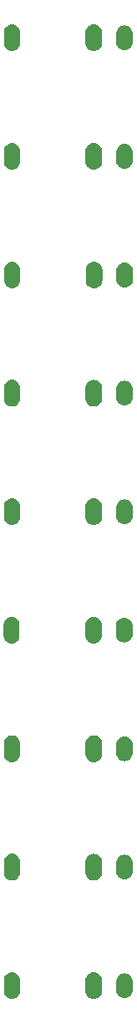
<source format=gbr>
G04 #@! TF.GenerationSoftware,KiCad,Pcbnew,(5.0.1-3-g963ef8bb5)*
G04 #@! TF.CreationDate,2019-01-13T13:31:38+08:00*
G04 #@! TF.ProjectId,PassiveMult,506173736976654D756C742E6B696361,rev?*
G04 #@! TF.SameCoordinates,PX8d9f26cPY642443c*
G04 #@! TF.FileFunction,Soldermask,Bot*
G04 #@! TF.FilePolarity,Negative*
%FSLAX46Y46*%
G04 Gerber Fmt 4.6, Leading zero omitted, Abs format (unit mm)*
G04 Created by KiCad (PCBNEW (5.0.1-3-g963ef8bb5)) date 2019 January 13, Sunday 13:31:38*
%MOMM*%
%LPD*%
G01*
G04 APERTURE LIST*
%ADD10C,0.100000*%
G04 APERTURE END LIST*
D10*
G36*
X3546820Y-46667313D02*
X3546823Y-46667314D01*
X3546824Y-46667314D01*
X3707238Y-46715975D01*
X3707240Y-46715976D01*
X3707243Y-46715977D01*
X3855078Y-46794995D01*
X3984659Y-46901341D01*
X4091005Y-47030922D01*
X4170023Y-47178756D01*
X4170023Y-47178757D01*
X4170025Y-47178761D01*
X4206492Y-47298977D01*
X4218687Y-47339179D01*
X4231000Y-47464196D01*
X4231000Y-48547803D01*
X4218687Y-48672821D01*
X4218686Y-48672824D01*
X4218686Y-48672825D01*
X4200360Y-48733239D01*
X4170023Y-48833244D01*
X4091005Y-48981078D01*
X3984659Y-49110659D01*
X3855078Y-49217005D01*
X3707244Y-49296023D01*
X3707241Y-49296024D01*
X3707239Y-49296025D01*
X3546825Y-49344686D01*
X3546824Y-49344686D01*
X3546821Y-49344687D01*
X3380000Y-49361117D01*
X3213180Y-49344687D01*
X3213177Y-49344686D01*
X3213176Y-49344686D01*
X3052762Y-49296025D01*
X3052760Y-49296024D01*
X3052757Y-49296023D01*
X2904923Y-49217005D01*
X2775342Y-49110659D01*
X2668996Y-48981078D01*
X2589978Y-48833244D01*
X2559642Y-48733239D01*
X2541315Y-48672825D01*
X2541315Y-48672824D01*
X2541314Y-48672821D01*
X2529001Y-48547804D01*
X2529000Y-47464197D01*
X2541313Y-47339180D01*
X2541314Y-47339176D01*
X2589975Y-47178762D01*
X2589976Y-47178760D01*
X2589977Y-47178757D01*
X2668995Y-47030922D01*
X2775341Y-46901341D01*
X2904922Y-46794995D01*
X3052756Y-46715977D01*
X3052759Y-46715976D01*
X3052761Y-46715975D01*
X3213175Y-46667314D01*
X3213176Y-46667314D01*
X3213179Y-46667313D01*
X3380000Y-46650883D01*
X3546820Y-46667313D01*
X3546820Y-46667313D01*
G37*
G36*
X-4762976Y-46666590D02*
X-4611989Y-46712392D01*
X-4472839Y-46786768D01*
X-4437250Y-46815975D01*
X-4350867Y-46886867D01*
X-4350866Y-46886869D01*
X-4350864Y-46886870D01*
X-4250770Y-47008835D01*
X-4176392Y-47147988D01*
X-4130590Y-47298975D01*
X-4119000Y-47416654D01*
X-4119000Y-48595346D01*
X-4130590Y-48713025D01*
X-4176392Y-48864012D01*
X-4250770Y-49003165D01*
X-4350867Y-49125133D01*
X-4472835Y-49225230D01*
X-4611988Y-49299608D01*
X-4762975Y-49345410D01*
X-4920000Y-49360875D01*
X-5077024Y-49345410D01*
X-5228011Y-49299608D01*
X-5367164Y-49225230D01*
X-5489132Y-49125133D01*
X-5589229Y-49003165D01*
X-5663607Y-48864012D01*
X-5709409Y-48713025D01*
X-5720999Y-48595346D01*
X-5721000Y-47416655D01*
X-5709410Y-47298976D01*
X-5663608Y-47147989D01*
X-5589232Y-47008839D01*
X-5489135Y-46886870D01*
X-5489133Y-46886867D01*
X-5489131Y-46886866D01*
X-5489130Y-46886864D01*
X-5367165Y-46786770D01*
X-5228012Y-46712392D01*
X-5077025Y-46666590D01*
X-4920000Y-46651125D01*
X-4762976Y-46666590D01*
X-4762976Y-46666590D01*
G37*
G36*
X6646820Y-46767313D02*
X6646823Y-46767314D01*
X6646824Y-46767314D01*
X6807238Y-46815975D01*
X6807240Y-46815976D01*
X6807243Y-46815977D01*
X6955078Y-46894995D01*
X7084659Y-47001341D01*
X7191005Y-47130922D01*
X7270023Y-47278756D01*
X7270023Y-47278757D01*
X7270025Y-47278761D01*
X7311855Y-47416656D01*
X7318687Y-47439179D01*
X7331000Y-47564196D01*
X7331000Y-48447803D01*
X7318687Y-48572820D01*
X7318686Y-48572822D01*
X7318686Y-48572825D01*
X7270025Y-48733239D01*
X7270023Y-48733244D01*
X7191005Y-48881078D01*
X7084659Y-49010659D01*
X6955078Y-49117005D01*
X6807244Y-49196023D01*
X6807241Y-49196024D01*
X6807239Y-49196025D01*
X6646825Y-49244686D01*
X6646824Y-49244686D01*
X6646821Y-49244687D01*
X6480000Y-49261117D01*
X6313180Y-49244687D01*
X6313177Y-49244686D01*
X6313176Y-49244686D01*
X6152762Y-49196025D01*
X6152760Y-49196024D01*
X6152757Y-49196023D01*
X6004923Y-49117005D01*
X5875342Y-49010659D01*
X5768996Y-48881078D01*
X5689978Y-48733244D01*
X5683845Y-48713025D01*
X5641315Y-48572825D01*
X5641315Y-48572824D01*
X5641314Y-48572821D01*
X5629000Y-48447803D01*
X5629000Y-47564197D01*
X5641313Y-47439180D01*
X5641314Y-47439176D01*
X5689975Y-47278762D01*
X5689976Y-47278760D01*
X5689977Y-47278757D01*
X5768995Y-47130922D01*
X5875341Y-47001341D01*
X6004922Y-46894995D01*
X6152756Y-46815977D01*
X6152759Y-46815976D01*
X6152761Y-46815975D01*
X6313175Y-46767314D01*
X6313176Y-46767314D01*
X6313179Y-46767313D01*
X6480000Y-46750883D01*
X6646820Y-46767313D01*
X6646820Y-46767313D01*
G37*
G36*
X3546820Y-34653113D02*
X3546823Y-34653114D01*
X3546824Y-34653114D01*
X3707238Y-34701775D01*
X3707240Y-34701776D01*
X3707243Y-34701777D01*
X3855078Y-34780795D01*
X3984659Y-34887141D01*
X4091005Y-35016722D01*
X4170023Y-35164556D01*
X4170023Y-35164557D01*
X4170025Y-35164561D01*
X4206492Y-35284777D01*
X4218687Y-35324979D01*
X4231000Y-35449996D01*
X4231000Y-36533603D01*
X4218687Y-36658621D01*
X4218686Y-36658624D01*
X4218686Y-36658625D01*
X4200360Y-36719039D01*
X4170023Y-36819044D01*
X4091005Y-36966878D01*
X3984659Y-37096459D01*
X3855078Y-37202805D01*
X3707244Y-37281823D01*
X3707241Y-37281824D01*
X3707239Y-37281825D01*
X3546825Y-37330486D01*
X3546824Y-37330486D01*
X3546821Y-37330487D01*
X3380000Y-37346917D01*
X3213180Y-37330487D01*
X3213177Y-37330486D01*
X3213176Y-37330486D01*
X3052762Y-37281825D01*
X3052760Y-37281824D01*
X3052757Y-37281823D01*
X2904923Y-37202805D01*
X2775342Y-37096459D01*
X2668996Y-36966878D01*
X2589978Y-36819044D01*
X2559642Y-36719039D01*
X2541315Y-36658625D01*
X2541315Y-36658624D01*
X2541314Y-36658621D01*
X2529001Y-36533604D01*
X2529000Y-35449997D01*
X2541313Y-35324980D01*
X2541314Y-35324976D01*
X2589975Y-35164562D01*
X2589976Y-35164560D01*
X2589977Y-35164557D01*
X2668995Y-35016722D01*
X2775341Y-34887141D01*
X2904922Y-34780795D01*
X3052756Y-34701777D01*
X3052759Y-34701776D01*
X3052761Y-34701775D01*
X3213175Y-34653114D01*
X3213176Y-34653114D01*
X3213179Y-34653113D01*
X3380000Y-34636683D01*
X3546820Y-34653113D01*
X3546820Y-34653113D01*
G37*
G36*
X-4762976Y-34652390D02*
X-4611989Y-34698192D01*
X-4472839Y-34772568D01*
X-4437250Y-34801775D01*
X-4350867Y-34872667D01*
X-4350866Y-34872669D01*
X-4350864Y-34872670D01*
X-4250770Y-34994635D01*
X-4176392Y-35133788D01*
X-4130590Y-35284775D01*
X-4119000Y-35402454D01*
X-4119000Y-36581146D01*
X-4130590Y-36698825D01*
X-4176392Y-36849812D01*
X-4250770Y-36988965D01*
X-4350867Y-37110933D01*
X-4472835Y-37211030D01*
X-4611988Y-37285408D01*
X-4762975Y-37331210D01*
X-4920000Y-37346675D01*
X-5077024Y-37331210D01*
X-5228011Y-37285408D01*
X-5367164Y-37211030D01*
X-5489132Y-37110933D01*
X-5589229Y-36988965D01*
X-5663607Y-36849812D01*
X-5709409Y-36698825D01*
X-5720999Y-36581146D01*
X-5721000Y-35402455D01*
X-5709410Y-35284776D01*
X-5663608Y-35133789D01*
X-5589232Y-34994639D01*
X-5489135Y-34872670D01*
X-5489133Y-34872667D01*
X-5489131Y-34872666D01*
X-5489130Y-34872664D01*
X-5367165Y-34772570D01*
X-5228012Y-34698192D01*
X-5077025Y-34652390D01*
X-4920000Y-34636925D01*
X-4762976Y-34652390D01*
X-4762976Y-34652390D01*
G37*
G36*
X6646820Y-34753113D02*
X6646823Y-34753114D01*
X6646824Y-34753114D01*
X6807238Y-34801775D01*
X6807240Y-34801776D01*
X6807243Y-34801777D01*
X6955078Y-34880795D01*
X7084659Y-34987141D01*
X7191005Y-35116722D01*
X7270023Y-35264556D01*
X7270023Y-35264557D01*
X7270025Y-35264561D01*
X7311855Y-35402456D01*
X7318687Y-35424979D01*
X7331000Y-35549996D01*
X7331000Y-36433603D01*
X7318687Y-36558620D01*
X7318686Y-36558622D01*
X7318686Y-36558625D01*
X7270025Y-36719039D01*
X7270023Y-36719044D01*
X7191005Y-36866878D01*
X7084659Y-36996459D01*
X6955078Y-37102805D01*
X6807244Y-37181823D01*
X6807241Y-37181824D01*
X6807239Y-37181825D01*
X6646825Y-37230486D01*
X6646824Y-37230486D01*
X6646821Y-37230487D01*
X6480000Y-37246917D01*
X6313180Y-37230487D01*
X6313177Y-37230486D01*
X6313176Y-37230486D01*
X6152762Y-37181825D01*
X6152760Y-37181824D01*
X6152757Y-37181823D01*
X6004923Y-37102805D01*
X5875342Y-36996459D01*
X5768996Y-36866878D01*
X5689978Y-36719044D01*
X5683845Y-36698825D01*
X5641315Y-36558625D01*
X5641315Y-36558624D01*
X5641314Y-36558621D01*
X5629000Y-36433603D01*
X5629000Y-35549997D01*
X5641313Y-35424980D01*
X5641314Y-35424976D01*
X5689975Y-35264562D01*
X5689976Y-35264560D01*
X5689977Y-35264557D01*
X5768995Y-35116722D01*
X5875341Y-34987141D01*
X6004922Y-34880795D01*
X6152756Y-34801777D01*
X6152759Y-34801776D01*
X6152761Y-34801775D01*
X6313175Y-34753114D01*
X6313176Y-34753114D01*
X6313179Y-34753113D01*
X6480000Y-34736683D01*
X6646820Y-34753113D01*
X6646820Y-34753113D01*
G37*
G36*
X3546820Y-22664313D02*
X3546823Y-22664314D01*
X3546824Y-22664314D01*
X3707238Y-22712975D01*
X3707240Y-22712976D01*
X3707243Y-22712977D01*
X3855078Y-22791995D01*
X3984659Y-22898341D01*
X4091005Y-23027922D01*
X4170023Y-23175756D01*
X4170023Y-23175757D01*
X4170025Y-23175761D01*
X4206492Y-23295977D01*
X4218687Y-23336179D01*
X4231000Y-23461196D01*
X4231000Y-24544803D01*
X4218687Y-24669821D01*
X4218686Y-24669824D01*
X4218686Y-24669825D01*
X4200360Y-24730239D01*
X4170023Y-24830244D01*
X4091005Y-24978078D01*
X3984659Y-25107659D01*
X3855078Y-25214005D01*
X3707244Y-25293023D01*
X3707241Y-25293024D01*
X3707239Y-25293025D01*
X3546825Y-25341686D01*
X3546824Y-25341686D01*
X3546821Y-25341687D01*
X3380000Y-25358117D01*
X3213180Y-25341687D01*
X3213177Y-25341686D01*
X3213176Y-25341686D01*
X3052762Y-25293025D01*
X3052760Y-25293024D01*
X3052757Y-25293023D01*
X2904923Y-25214005D01*
X2775342Y-25107659D01*
X2668996Y-24978078D01*
X2589978Y-24830244D01*
X2559642Y-24730239D01*
X2541315Y-24669825D01*
X2541315Y-24669824D01*
X2541314Y-24669821D01*
X2529001Y-24544804D01*
X2529000Y-23461197D01*
X2541313Y-23336180D01*
X2541314Y-23336176D01*
X2589975Y-23175762D01*
X2589976Y-23175760D01*
X2589977Y-23175757D01*
X2668995Y-23027922D01*
X2775341Y-22898341D01*
X2904922Y-22791995D01*
X3052756Y-22712977D01*
X3052759Y-22712976D01*
X3052761Y-22712975D01*
X3213175Y-22664314D01*
X3213176Y-22664314D01*
X3213179Y-22664313D01*
X3380000Y-22647883D01*
X3546820Y-22664313D01*
X3546820Y-22664313D01*
G37*
G36*
X-4762976Y-22663590D02*
X-4611989Y-22709392D01*
X-4472839Y-22783768D01*
X-4437250Y-22812975D01*
X-4350867Y-22883867D01*
X-4350866Y-22883869D01*
X-4350864Y-22883870D01*
X-4250770Y-23005835D01*
X-4176392Y-23144988D01*
X-4130590Y-23295975D01*
X-4119000Y-23413654D01*
X-4119000Y-24592346D01*
X-4130590Y-24710025D01*
X-4176392Y-24861012D01*
X-4250770Y-25000165D01*
X-4350867Y-25122133D01*
X-4472835Y-25222230D01*
X-4611988Y-25296608D01*
X-4762975Y-25342410D01*
X-4920000Y-25357875D01*
X-5077024Y-25342410D01*
X-5228011Y-25296608D01*
X-5367164Y-25222230D01*
X-5489132Y-25122133D01*
X-5589229Y-25000165D01*
X-5663607Y-24861012D01*
X-5709409Y-24710025D01*
X-5720999Y-24592346D01*
X-5721000Y-23413655D01*
X-5709410Y-23295976D01*
X-5663608Y-23144989D01*
X-5589232Y-23005839D01*
X-5489135Y-22883870D01*
X-5489133Y-22883867D01*
X-5489131Y-22883866D01*
X-5489130Y-22883864D01*
X-5367165Y-22783770D01*
X-5228012Y-22709392D01*
X-5077025Y-22663590D01*
X-4920000Y-22648125D01*
X-4762976Y-22663590D01*
X-4762976Y-22663590D01*
G37*
G36*
X6646820Y-22764313D02*
X6646823Y-22764314D01*
X6646824Y-22764314D01*
X6807238Y-22812975D01*
X6807240Y-22812976D01*
X6807243Y-22812977D01*
X6955078Y-22891995D01*
X7084659Y-22998341D01*
X7191005Y-23127922D01*
X7270023Y-23275756D01*
X7270023Y-23275757D01*
X7270025Y-23275761D01*
X7311855Y-23413656D01*
X7318687Y-23436179D01*
X7331000Y-23561196D01*
X7331000Y-24444803D01*
X7318687Y-24569820D01*
X7318686Y-24569822D01*
X7318686Y-24569825D01*
X7270025Y-24730239D01*
X7270023Y-24730244D01*
X7191005Y-24878078D01*
X7084659Y-25007659D01*
X6955078Y-25114005D01*
X6807244Y-25193023D01*
X6807241Y-25193024D01*
X6807239Y-25193025D01*
X6646825Y-25241686D01*
X6646824Y-25241686D01*
X6646821Y-25241687D01*
X6480000Y-25258117D01*
X6313180Y-25241687D01*
X6313177Y-25241686D01*
X6313176Y-25241686D01*
X6152762Y-25193025D01*
X6152760Y-25193024D01*
X6152757Y-25193023D01*
X6004923Y-25114005D01*
X5875342Y-25007659D01*
X5768996Y-24878078D01*
X5689978Y-24730244D01*
X5683845Y-24710025D01*
X5641315Y-24569825D01*
X5641315Y-24569824D01*
X5641314Y-24569821D01*
X5629000Y-24444803D01*
X5629000Y-23561197D01*
X5641313Y-23436180D01*
X5641314Y-23436176D01*
X5689975Y-23275762D01*
X5689976Y-23275760D01*
X5689977Y-23275757D01*
X5768995Y-23127922D01*
X5875341Y-22998341D01*
X6004922Y-22891995D01*
X6152756Y-22812977D01*
X6152759Y-22812976D01*
X6152761Y-22812975D01*
X6313175Y-22764314D01*
X6313176Y-22764314D01*
X6313179Y-22764313D01*
X6480000Y-22747883D01*
X6646820Y-22764313D01*
X6646820Y-22764313D01*
G37*
G36*
X3521420Y-10650113D02*
X3521423Y-10650114D01*
X3521424Y-10650114D01*
X3681838Y-10698775D01*
X3681840Y-10698776D01*
X3681843Y-10698777D01*
X3829678Y-10777795D01*
X3959259Y-10884141D01*
X4065605Y-11013722D01*
X4144623Y-11161556D01*
X4144623Y-11161557D01*
X4144625Y-11161561D01*
X4181092Y-11281777D01*
X4193287Y-11321979D01*
X4205600Y-11446996D01*
X4205600Y-12530603D01*
X4193287Y-12655621D01*
X4193286Y-12655624D01*
X4193286Y-12655625D01*
X4174960Y-12716039D01*
X4144623Y-12816044D01*
X4065605Y-12963878D01*
X3959259Y-13093459D01*
X3829678Y-13199805D01*
X3681844Y-13278823D01*
X3681841Y-13278824D01*
X3681839Y-13278825D01*
X3521425Y-13327486D01*
X3521424Y-13327486D01*
X3521421Y-13327487D01*
X3354600Y-13343917D01*
X3187780Y-13327487D01*
X3187777Y-13327486D01*
X3187776Y-13327486D01*
X3027362Y-13278825D01*
X3027360Y-13278824D01*
X3027357Y-13278823D01*
X2879523Y-13199805D01*
X2749942Y-13093459D01*
X2643596Y-12963878D01*
X2564578Y-12816044D01*
X2534242Y-12716039D01*
X2515915Y-12655625D01*
X2515915Y-12655624D01*
X2515914Y-12655621D01*
X2503601Y-12530604D01*
X2503600Y-11446997D01*
X2515913Y-11321980D01*
X2515914Y-11321976D01*
X2564575Y-11161562D01*
X2564576Y-11161560D01*
X2564577Y-11161557D01*
X2643595Y-11013722D01*
X2749941Y-10884141D01*
X2879522Y-10777795D01*
X3027356Y-10698777D01*
X3027359Y-10698776D01*
X3027361Y-10698775D01*
X3187775Y-10650114D01*
X3187776Y-10650114D01*
X3187779Y-10650113D01*
X3354600Y-10633683D01*
X3521420Y-10650113D01*
X3521420Y-10650113D01*
G37*
G36*
X-4788376Y-10649390D02*
X-4637389Y-10695192D01*
X-4498239Y-10769568D01*
X-4462650Y-10798775D01*
X-4376267Y-10869667D01*
X-4376266Y-10869669D01*
X-4376264Y-10869670D01*
X-4276170Y-10991635D01*
X-4201792Y-11130788D01*
X-4155990Y-11281775D01*
X-4144400Y-11399454D01*
X-4144400Y-12578146D01*
X-4155990Y-12695825D01*
X-4201792Y-12846812D01*
X-4276170Y-12985965D01*
X-4376267Y-13107933D01*
X-4498235Y-13208030D01*
X-4637388Y-13282408D01*
X-4788375Y-13328210D01*
X-4945400Y-13343675D01*
X-5102424Y-13328210D01*
X-5253411Y-13282408D01*
X-5392564Y-13208030D01*
X-5514532Y-13107933D01*
X-5614629Y-12985965D01*
X-5689007Y-12846812D01*
X-5734809Y-12695825D01*
X-5746399Y-12578146D01*
X-5746400Y-11399455D01*
X-5734810Y-11281776D01*
X-5689008Y-11130789D01*
X-5614632Y-10991639D01*
X-5514535Y-10869670D01*
X-5514533Y-10869667D01*
X-5514531Y-10869666D01*
X-5514530Y-10869664D01*
X-5392565Y-10769570D01*
X-5253412Y-10695192D01*
X-5102425Y-10649390D01*
X-4945400Y-10633925D01*
X-4788376Y-10649390D01*
X-4788376Y-10649390D01*
G37*
G36*
X6621420Y-10750113D02*
X6621423Y-10750114D01*
X6621424Y-10750114D01*
X6781838Y-10798775D01*
X6781840Y-10798776D01*
X6781843Y-10798777D01*
X6929678Y-10877795D01*
X7059259Y-10984141D01*
X7165605Y-11113722D01*
X7244623Y-11261556D01*
X7244623Y-11261557D01*
X7244625Y-11261561D01*
X7286455Y-11399456D01*
X7293287Y-11421979D01*
X7305600Y-11546996D01*
X7305600Y-12430603D01*
X7293287Y-12555620D01*
X7293286Y-12555622D01*
X7293286Y-12555625D01*
X7244625Y-12716039D01*
X7244623Y-12716044D01*
X7165605Y-12863878D01*
X7059259Y-12993459D01*
X6929678Y-13099805D01*
X6781844Y-13178823D01*
X6781841Y-13178824D01*
X6781839Y-13178825D01*
X6621425Y-13227486D01*
X6621424Y-13227486D01*
X6621421Y-13227487D01*
X6454600Y-13243917D01*
X6287780Y-13227487D01*
X6287777Y-13227486D01*
X6287776Y-13227486D01*
X6127362Y-13178825D01*
X6127360Y-13178824D01*
X6127357Y-13178823D01*
X5979523Y-13099805D01*
X5849942Y-12993459D01*
X5743596Y-12863878D01*
X5664578Y-12716044D01*
X5658445Y-12695825D01*
X5615915Y-12555625D01*
X5615915Y-12555624D01*
X5615914Y-12555621D01*
X5603600Y-12430603D01*
X5603600Y-11546997D01*
X5615913Y-11421980D01*
X5615914Y-11421976D01*
X5664575Y-11261562D01*
X5664576Y-11261560D01*
X5664577Y-11261557D01*
X5743595Y-11113722D01*
X5849941Y-10984141D01*
X5979522Y-10877795D01*
X6127356Y-10798777D01*
X6127359Y-10798776D01*
X6127361Y-10798775D01*
X6287775Y-10750114D01*
X6287776Y-10750114D01*
X6287779Y-10750113D01*
X6454600Y-10733683D01*
X6621420Y-10750113D01*
X6621420Y-10750113D01*
G37*
G36*
X3546820Y1338687D02*
X3546823Y1338686D01*
X3546824Y1338686D01*
X3707238Y1290025D01*
X3707240Y1290024D01*
X3707243Y1290023D01*
X3855078Y1211005D01*
X3984659Y1104659D01*
X4091005Y975078D01*
X4170023Y827244D01*
X4170023Y827243D01*
X4170025Y827239D01*
X4206492Y707023D01*
X4218687Y666821D01*
X4231000Y541804D01*
X4231000Y-541803D01*
X4218687Y-666821D01*
X4218686Y-666824D01*
X4218686Y-666825D01*
X4200360Y-727239D01*
X4170023Y-827244D01*
X4091005Y-975078D01*
X3984659Y-1104659D01*
X3855078Y-1211005D01*
X3707244Y-1290023D01*
X3707241Y-1290024D01*
X3707239Y-1290025D01*
X3546825Y-1338686D01*
X3546824Y-1338686D01*
X3546821Y-1338687D01*
X3380000Y-1355117D01*
X3213180Y-1338687D01*
X3213177Y-1338686D01*
X3213176Y-1338686D01*
X3052762Y-1290025D01*
X3052760Y-1290024D01*
X3052757Y-1290023D01*
X2904923Y-1211005D01*
X2775342Y-1104659D01*
X2668996Y-975078D01*
X2589978Y-827244D01*
X2559642Y-727239D01*
X2541315Y-666825D01*
X2541315Y-666824D01*
X2541314Y-666821D01*
X2529001Y-541804D01*
X2529000Y541803D01*
X2541313Y666820D01*
X2541314Y666824D01*
X2589975Y827238D01*
X2589976Y827240D01*
X2589977Y827243D01*
X2668995Y975078D01*
X2775341Y1104659D01*
X2904922Y1211005D01*
X3052756Y1290023D01*
X3052759Y1290024D01*
X3052761Y1290025D01*
X3213175Y1338686D01*
X3213176Y1338686D01*
X3213179Y1338687D01*
X3380000Y1355117D01*
X3546820Y1338687D01*
X3546820Y1338687D01*
G37*
G36*
X-4762976Y1339410D02*
X-4611989Y1293608D01*
X-4472839Y1219232D01*
X-4437250Y1190025D01*
X-4350867Y1119133D01*
X-4350866Y1119131D01*
X-4350864Y1119130D01*
X-4250770Y997165D01*
X-4176392Y858012D01*
X-4130590Y707025D01*
X-4119000Y589346D01*
X-4119000Y-589346D01*
X-4130590Y-707025D01*
X-4176392Y-858012D01*
X-4250770Y-997165D01*
X-4350867Y-1119133D01*
X-4472835Y-1219230D01*
X-4611988Y-1293608D01*
X-4762975Y-1339410D01*
X-4920000Y-1354875D01*
X-5077024Y-1339410D01*
X-5228011Y-1293608D01*
X-5367164Y-1219230D01*
X-5489132Y-1119133D01*
X-5589229Y-997165D01*
X-5663607Y-858012D01*
X-5709409Y-707025D01*
X-5720999Y-589346D01*
X-5721000Y589345D01*
X-5709410Y707024D01*
X-5663608Y858011D01*
X-5589232Y997161D01*
X-5489135Y1119130D01*
X-5489133Y1119133D01*
X-5489131Y1119134D01*
X-5489130Y1119136D01*
X-5367165Y1219230D01*
X-5228012Y1293608D01*
X-5077025Y1339410D01*
X-4920000Y1354875D01*
X-4762976Y1339410D01*
X-4762976Y1339410D01*
G37*
G36*
X6646820Y1238687D02*
X6646823Y1238686D01*
X6646824Y1238686D01*
X6807238Y1190025D01*
X6807240Y1190024D01*
X6807243Y1190023D01*
X6955078Y1111005D01*
X7084659Y1004659D01*
X7191005Y875078D01*
X7270023Y727244D01*
X7270023Y727243D01*
X7270025Y727239D01*
X7311855Y589344D01*
X7318687Y566821D01*
X7331000Y441804D01*
X7331000Y-441803D01*
X7318687Y-566820D01*
X7318686Y-566822D01*
X7318686Y-566825D01*
X7270025Y-727239D01*
X7270023Y-727244D01*
X7191005Y-875078D01*
X7084659Y-1004659D01*
X6955078Y-1111005D01*
X6807244Y-1190023D01*
X6807241Y-1190024D01*
X6807239Y-1190025D01*
X6646825Y-1238686D01*
X6646824Y-1238686D01*
X6646821Y-1238687D01*
X6480000Y-1255117D01*
X6313180Y-1238687D01*
X6313177Y-1238686D01*
X6313176Y-1238686D01*
X6152762Y-1190025D01*
X6152760Y-1190024D01*
X6152757Y-1190023D01*
X6004923Y-1111005D01*
X5875342Y-1004659D01*
X5768996Y-875078D01*
X5689978Y-727244D01*
X5683845Y-707025D01*
X5641315Y-566825D01*
X5641315Y-566824D01*
X5641314Y-566821D01*
X5629000Y-441803D01*
X5629000Y441803D01*
X5641313Y566820D01*
X5641314Y566824D01*
X5689975Y727238D01*
X5689976Y727240D01*
X5689977Y727243D01*
X5768995Y875078D01*
X5875341Y1004659D01*
X6004922Y1111005D01*
X6152756Y1190023D01*
X6152759Y1190024D01*
X6152761Y1190025D01*
X6313175Y1238686D01*
X6313176Y1238686D01*
X6313179Y1238687D01*
X6480000Y1255117D01*
X6646820Y1238687D01*
X6646820Y1238687D01*
G37*
G36*
X3546820Y13352887D02*
X3546823Y13352886D01*
X3546824Y13352886D01*
X3707238Y13304225D01*
X3707240Y13304224D01*
X3707243Y13304223D01*
X3855078Y13225205D01*
X3984659Y13118859D01*
X4091005Y12989278D01*
X4170023Y12841444D01*
X4170023Y12841443D01*
X4170025Y12841439D01*
X4206492Y12721223D01*
X4218687Y12681021D01*
X4231000Y12556004D01*
X4231000Y11472397D01*
X4218687Y11347379D01*
X4218686Y11347376D01*
X4218686Y11347375D01*
X4200360Y11286961D01*
X4170023Y11186956D01*
X4091005Y11039122D01*
X3984659Y10909541D01*
X3855078Y10803195D01*
X3707244Y10724177D01*
X3707241Y10724176D01*
X3707239Y10724175D01*
X3546825Y10675514D01*
X3546824Y10675514D01*
X3546821Y10675513D01*
X3380000Y10659083D01*
X3213180Y10675513D01*
X3213177Y10675514D01*
X3213176Y10675514D01*
X3052762Y10724175D01*
X3052760Y10724176D01*
X3052757Y10724177D01*
X2904923Y10803195D01*
X2775342Y10909541D01*
X2668996Y11039122D01*
X2589978Y11186956D01*
X2559642Y11286961D01*
X2541315Y11347375D01*
X2541315Y11347376D01*
X2541314Y11347379D01*
X2529001Y11472396D01*
X2529000Y12556003D01*
X2541313Y12681020D01*
X2541314Y12681024D01*
X2589975Y12841438D01*
X2589976Y12841440D01*
X2589977Y12841443D01*
X2668995Y12989278D01*
X2775341Y13118859D01*
X2904922Y13225205D01*
X3052756Y13304223D01*
X3052759Y13304224D01*
X3052761Y13304225D01*
X3213175Y13352886D01*
X3213176Y13352886D01*
X3213179Y13352887D01*
X3380000Y13369317D01*
X3546820Y13352887D01*
X3546820Y13352887D01*
G37*
G36*
X-4762976Y13353610D02*
X-4611989Y13307808D01*
X-4472839Y13233432D01*
X-4437250Y13204225D01*
X-4350867Y13133333D01*
X-4350866Y13133331D01*
X-4350864Y13133330D01*
X-4250770Y13011365D01*
X-4176392Y12872212D01*
X-4130590Y12721225D01*
X-4119000Y12603546D01*
X-4119000Y11424854D01*
X-4130590Y11307175D01*
X-4176392Y11156188D01*
X-4250770Y11017035D01*
X-4350867Y10895067D01*
X-4472835Y10794970D01*
X-4611988Y10720592D01*
X-4762975Y10674790D01*
X-4920000Y10659325D01*
X-5077024Y10674790D01*
X-5228011Y10720592D01*
X-5367164Y10794970D01*
X-5489132Y10895067D01*
X-5589229Y11017035D01*
X-5663607Y11156188D01*
X-5709409Y11307175D01*
X-5720999Y11424854D01*
X-5721000Y12603545D01*
X-5709410Y12721224D01*
X-5663608Y12872211D01*
X-5589232Y13011361D01*
X-5489135Y13133330D01*
X-5489133Y13133333D01*
X-5489131Y13133334D01*
X-5489130Y13133336D01*
X-5367165Y13233430D01*
X-5228012Y13307808D01*
X-5077025Y13353610D01*
X-4920000Y13369075D01*
X-4762976Y13353610D01*
X-4762976Y13353610D01*
G37*
G36*
X6646820Y13252887D02*
X6646823Y13252886D01*
X6646824Y13252886D01*
X6807238Y13204225D01*
X6807240Y13204224D01*
X6807243Y13204223D01*
X6955078Y13125205D01*
X7084659Y13018859D01*
X7191005Y12889278D01*
X7270023Y12741444D01*
X7270023Y12741443D01*
X7270025Y12741439D01*
X7311855Y12603544D01*
X7318687Y12581021D01*
X7331000Y12456004D01*
X7331000Y11572397D01*
X7318687Y11447380D01*
X7318686Y11447378D01*
X7318686Y11447375D01*
X7270025Y11286961D01*
X7270023Y11286956D01*
X7191005Y11139122D01*
X7084659Y11009541D01*
X6955078Y10903195D01*
X6807244Y10824177D01*
X6807241Y10824176D01*
X6807239Y10824175D01*
X6646825Y10775514D01*
X6646824Y10775514D01*
X6646821Y10775513D01*
X6480000Y10759083D01*
X6313180Y10775513D01*
X6313177Y10775514D01*
X6313176Y10775514D01*
X6152762Y10824175D01*
X6152760Y10824176D01*
X6152757Y10824177D01*
X6004923Y10903195D01*
X5875342Y11009541D01*
X5768996Y11139122D01*
X5689978Y11286956D01*
X5683845Y11307175D01*
X5641315Y11447375D01*
X5641315Y11447376D01*
X5641314Y11447379D01*
X5629000Y11572397D01*
X5629000Y12456003D01*
X5641313Y12581020D01*
X5641314Y12581024D01*
X5689975Y12741438D01*
X5689976Y12741440D01*
X5689977Y12741443D01*
X5768995Y12889278D01*
X5875341Y13018859D01*
X6004922Y13125205D01*
X6152756Y13204223D01*
X6152759Y13204224D01*
X6152761Y13204225D01*
X6313175Y13252886D01*
X6313176Y13252886D01*
X6313179Y13252887D01*
X6480000Y13269317D01*
X6646820Y13252887D01*
X6646820Y13252887D01*
G37*
G36*
X3572220Y25316287D02*
X3572223Y25316286D01*
X3572224Y25316286D01*
X3732638Y25267625D01*
X3732640Y25267624D01*
X3732643Y25267623D01*
X3880478Y25188605D01*
X4010059Y25082259D01*
X4116405Y24952678D01*
X4195423Y24804844D01*
X4195423Y24804843D01*
X4195425Y24804839D01*
X4231892Y24684623D01*
X4244087Y24644421D01*
X4256400Y24519404D01*
X4256400Y23435797D01*
X4244087Y23310779D01*
X4244086Y23310776D01*
X4244086Y23310775D01*
X4225760Y23250361D01*
X4195423Y23150356D01*
X4116405Y23002522D01*
X4010059Y22872941D01*
X3880478Y22766595D01*
X3732644Y22687577D01*
X3732641Y22687576D01*
X3732639Y22687575D01*
X3572225Y22638914D01*
X3572224Y22638914D01*
X3572221Y22638913D01*
X3405400Y22622483D01*
X3238580Y22638913D01*
X3238577Y22638914D01*
X3238576Y22638914D01*
X3078162Y22687575D01*
X3078160Y22687576D01*
X3078157Y22687577D01*
X2930323Y22766595D01*
X2800742Y22872941D01*
X2694396Y23002522D01*
X2615378Y23150356D01*
X2585042Y23250361D01*
X2566715Y23310775D01*
X2566715Y23310776D01*
X2566714Y23310779D01*
X2554401Y23435796D01*
X2554400Y24519403D01*
X2566713Y24644420D01*
X2566714Y24644424D01*
X2615375Y24804838D01*
X2615376Y24804840D01*
X2615377Y24804843D01*
X2694395Y24952678D01*
X2800741Y25082259D01*
X2930322Y25188605D01*
X3078156Y25267623D01*
X3078159Y25267624D01*
X3078161Y25267625D01*
X3238575Y25316286D01*
X3238576Y25316286D01*
X3238579Y25316287D01*
X3405400Y25332717D01*
X3572220Y25316287D01*
X3572220Y25316287D01*
G37*
G36*
X-4737576Y25317010D02*
X-4586589Y25271208D01*
X-4447439Y25196832D01*
X-4411850Y25167625D01*
X-4325467Y25096733D01*
X-4325466Y25096731D01*
X-4325464Y25096730D01*
X-4225370Y24974765D01*
X-4150992Y24835612D01*
X-4105190Y24684625D01*
X-4093600Y24566946D01*
X-4093600Y23388254D01*
X-4105190Y23270575D01*
X-4150992Y23119588D01*
X-4225370Y22980435D01*
X-4325467Y22858467D01*
X-4447435Y22758370D01*
X-4586588Y22683992D01*
X-4737575Y22638190D01*
X-4894600Y22622725D01*
X-5051624Y22638190D01*
X-5202611Y22683992D01*
X-5341764Y22758370D01*
X-5463732Y22858467D01*
X-5563829Y22980435D01*
X-5638207Y23119588D01*
X-5684009Y23270575D01*
X-5695599Y23388254D01*
X-5695600Y24566945D01*
X-5684010Y24684624D01*
X-5638208Y24835611D01*
X-5563832Y24974761D01*
X-5463735Y25096730D01*
X-5463733Y25096733D01*
X-5463731Y25096734D01*
X-5463730Y25096736D01*
X-5341765Y25196830D01*
X-5202612Y25271208D01*
X-5051625Y25317010D01*
X-4894600Y25332475D01*
X-4737576Y25317010D01*
X-4737576Y25317010D01*
G37*
G36*
X6672220Y25216287D02*
X6672223Y25216286D01*
X6672224Y25216286D01*
X6832638Y25167625D01*
X6832640Y25167624D01*
X6832643Y25167623D01*
X6980478Y25088605D01*
X7110059Y24982259D01*
X7216405Y24852678D01*
X7295423Y24704844D01*
X7295423Y24704843D01*
X7295425Y24704839D01*
X7337255Y24566944D01*
X7344087Y24544421D01*
X7356400Y24419404D01*
X7356400Y23535797D01*
X7344087Y23410780D01*
X7344086Y23410778D01*
X7344086Y23410775D01*
X7295425Y23250361D01*
X7295423Y23250356D01*
X7216405Y23102522D01*
X7110059Y22972941D01*
X6980478Y22866595D01*
X6832644Y22787577D01*
X6832641Y22787576D01*
X6832639Y22787575D01*
X6672225Y22738914D01*
X6672224Y22738914D01*
X6672221Y22738913D01*
X6505400Y22722483D01*
X6338580Y22738913D01*
X6338577Y22738914D01*
X6338576Y22738914D01*
X6178162Y22787575D01*
X6178160Y22787576D01*
X6178157Y22787577D01*
X6030323Y22866595D01*
X5900742Y22972941D01*
X5794396Y23102522D01*
X5715378Y23250356D01*
X5709245Y23270575D01*
X5666715Y23410775D01*
X5666715Y23410776D01*
X5666714Y23410779D01*
X5654400Y23535797D01*
X5654400Y24419403D01*
X5666713Y24544420D01*
X5666714Y24544424D01*
X5715375Y24704838D01*
X5715376Y24704840D01*
X5715377Y24704843D01*
X5794395Y24852678D01*
X5900741Y24982259D01*
X6030322Y25088605D01*
X6178156Y25167623D01*
X6178159Y25167624D01*
X6178161Y25167625D01*
X6338575Y25216286D01*
X6338576Y25216286D01*
X6338579Y25216287D01*
X6505400Y25232717D01*
X6672220Y25216287D01*
X6672220Y25216287D01*
G37*
G36*
X3546820Y37330487D02*
X3546823Y37330486D01*
X3546824Y37330486D01*
X3707238Y37281825D01*
X3707240Y37281824D01*
X3707243Y37281823D01*
X3855078Y37202805D01*
X3984659Y37096459D01*
X4091005Y36966878D01*
X4170023Y36819044D01*
X4170023Y36819043D01*
X4170025Y36819039D01*
X4206492Y36698823D01*
X4218687Y36658621D01*
X4231000Y36533604D01*
X4231000Y35449997D01*
X4218687Y35324979D01*
X4218686Y35324976D01*
X4218686Y35324975D01*
X4200360Y35264561D01*
X4170023Y35164556D01*
X4091005Y35016722D01*
X3984659Y34887141D01*
X3855078Y34780795D01*
X3707244Y34701777D01*
X3707241Y34701776D01*
X3707239Y34701775D01*
X3546825Y34653114D01*
X3546824Y34653114D01*
X3546821Y34653113D01*
X3380000Y34636683D01*
X3213180Y34653113D01*
X3213177Y34653114D01*
X3213176Y34653114D01*
X3052762Y34701775D01*
X3052760Y34701776D01*
X3052757Y34701777D01*
X2904923Y34780795D01*
X2775342Y34887141D01*
X2668996Y35016722D01*
X2589978Y35164556D01*
X2559642Y35264561D01*
X2541315Y35324975D01*
X2541315Y35324976D01*
X2541314Y35324979D01*
X2529001Y35449996D01*
X2529000Y36533603D01*
X2541313Y36658620D01*
X2541314Y36658624D01*
X2589975Y36819038D01*
X2589976Y36819040D01*
X2589977Y36819043D01*
X2668995Y36966878D01*
X2775341Y37096459D01*
X2904922Y37202805D01*
X3052756Y37281823D01*
X3052759Y37281824D01*
X3052761Y37281825D01*
X3213175Y37330486D01*
X3213176Y37330486D01*
X3213179Y37330487D01*
X3380000Y37346917D01*
X3546820Y37330487D01*
X3546820Y37330487D01*
G37*
G36*
X-4762976Y37331210D02*
X-4611989Y37285408D01*
X-4472839Y37211032D01*
X-4437250Y37181825D01*
X-4350867Y37110933D01*
X-4350866Y37110931D01*
X-4350864Y37110930D01*
X-4250770Y36988965D01*
X-4176392Y36849812D01*
X-4130590Y36698825D01*
X-4119000Y36581146D01*
X-4119000Y35402454D01*
X-4130590Y35284775D01*
X-4176392Y35133788D01*
X-4250770Y34994635D01*
X-4350867Y34872667D01*
X-4472835Y34772570D01*
X-4611988Y34698192D01*
X-4762975Y34652390D01*
X-4920000Y34636925D01*
X-5077024Y34652390D01*
X-5228011Y34698192D01*
X-5367164Y34772570D01*
X-5489132Y34872667D01*
X-5589229Y34994635D01*
X-5663607Y35133788D01*
X-5709409Y35284775D01*
X-5720999Y35402454D01*
X-5721000Y36581145D01*
X-5709410Y36698824D01*
X-5663608Y36849811D01*
X-5589232Y36988961D01*
X-5489135Y37110930D01*
X-5489133Y37110933D01*
X-5489131Y37110934D01*
X-5489130Y37110936D01*
X-5367165Y37211030D01*
X-5228012Y37285408D01*
X-5077025Y37331210D01*
X-4920000Y37346675D01*
X-4762976Y37331210D01*
X-4762976Y37331210D01*
G37*
G36*
X6646820Y37230487D02*
X6646823Y37230486D01*
X6646824Y37230486D01*
X6807238Y37181825D01*
X6807240Y37181824D01*
X6807243Y37181823D01*
X6955078Y37102805D01*
X7084659Y36996459D01*
X7191005Y36866878D01*
X7270023Y36719044D01*
X7270023Y36719043D01*
X7270025Y36719039D01*
X7311855Y36581144D01*
X7318687Y36558621D01*
X7331000Y36433604D01*
X7331000Y35549997D01*
X7318687Y35424980D01*
X7318686Y35424978D01*
X7318686Y35424975D01*
X7270025Y35264561D01*
X7270023Y35264556D01*
X7191005Y35116722D01*
X7084659Y34987141D01*
X6955078Y34880795D01*
X6807244Y34801777D01*
X6807241Y34801776D01*
X6807239Y34801775D01*
X6646825Y34753114D01*
X6646824Y34753114D01*
X6646821Y34753113D01*
X6480000Y34736683D01*
X6313180Y34753113D01*
X6313177Y34753114D01*
X6313176Y34753114D01*
X6152762Y34801775D01*
X6152760Y34801776D01*
X6152757Y34801777D01*
X6004923Y34880795D01*
X5875342Y34987141D01*
X5768996Y35116722D01*
X5689978Y35264556D01*
X5683845Y35284775D01*
X5641315Y35424975D01*
X5641315Y35424976D01*
X5641314Y35424979D01*
X5629000Y35549997D01*
X5629000Y36433603D01*
X5641313Y36558620D01*
X5641314Y36558624D01*
X5689975Y36719038D01*
X5689976Y36719040D01*
X5689977Y36719043D01*
X5768995Y36866878D01*
X5875341Y36996459D01*
X6004922Y37102805D01*
X6152756Y37181823D01*
X6152759Y37181824D01*
X6152761Y37181825D01*
X6313175Y37230486D01*
X6313176Y37230486D01*
X6313179Y37230487D01*
X6480000Y37246917D01*
X6646820Y37230487D01*
X6646820Y37230487D01*
G37*
G36*
X3546820Y49344687D02*
X3546823Y49344686D01*
X3546824Y49344686D01*
X3707238Y49296025D01*
X3707240Y49296024D01*
X3707243Y49296023D01*
X3855078Y49217005D01*
X3984659Y49110659D01*
X4091005Y48981078D01*
X4170023Y48833244D01*
X4170023Y48833243D01*
X4170025Y48833239D01*
X4206492Y48713023D01*
X4218687Y48672821D01*
X4231000Y48547804D01*
X4231000Y47464197D01*
X4218687Y47339179D01*
X4218686Y47339176D01*
X4218686Y47339175D01*
X4200360Y47278761D01*
X4170023Y47178756D01*
X4091005Y47030922D01*
X3984659Y46901341D01*
X3855078Y46794995D01*
X3707244Y46715977D01*
X3707241Y46715976D01*
X3707239Y46715975D01*
X3546825Y46667314D01*
X3546824Y46667314D01*
X3546821Y46667313D01*
X3380000Y46650883D01*
X3213180Y46667313D01*
X3213177Y46667314D01*
X3213176Y46667314D01*
X3052762Y46715975D01*
X3052760Y46715976D01*
X3052757Y46715977D01*
X2904923Y46794995D01*
X2775342Y46901341D01*
X2668996Y47030922D01*
X2589978Y47178756D01*
X2559642Y47278761D01*
X2541315Y47339175D01*
X2541315Y47339176D01*
X2541314Y47339179D01*
X2529001Y47464196D01*
X2529000Y48547803D01*
X2541313Y48672820D01*
X2541314Y48672824D01*
X2589975Y48833238D01*
X2589976Y48833240D01*
X2589977Y48833243D01*
X2668995Y48981078D01*
X2775341Y49110659D01*
X2904922Y49217005D01*
X3052756Y49296023D01*
X3052759Y49296024D01*
X3052761Y49296025D01*
X3213175Y49344686D01*
X3213176Y49344686D01*
X3213179Y49344687D01*
X3380000Y49361117D01*
X3546820Y49344687D01*
X3546820Y49344687D01*
G37*
G36*
X-4762976Y49345410D02*
X-4611989Y49299608D01*
X-4472839Y49225232D01*
X-4437250Y49196025D01*
X-4350867Y49125133D01*
X-4350866Y49125131D01*
X-4350864Y49125130D01*
X-4250770Y49003165D01*
X-4176392Y48864012D01*
X-4130590Y48713025D01*
X-4119000Y48595346D01*
X-4119000Y47416654D01*
X-4130590Y47298975D01*
X-4176392Y47147988D01*
X-4250770Y47008835D01*
X-4350867Y46886867D01*
X-4472835Y46786770D01*
X-4611988Y46712392D01*
X-4762975Y46666590D01*
X-4920000Y46651125D01*
X-5077024Y46666590D01*
X-5228011Y46712392D01*
X-5367164Y46786770D01*
X-5489132Y46886867D01*
X-5589229Y47008835D01*
X-5663607Y47147988D01*
X-5709409Y47298975D01*
X-5720999Y47416654D01*
X-5721000Y48595345D01*
X-5709410Y48713024D01*
X-5663608Y48864011D01*
X-5589232Y49003161D01*
X-5489135Y49125130D01*
X-5489133Y49125133D01*
X-5489131Y49125134D01*
X-5489130Y49125136D01*
X-5367165Y49225230D01*
X-5228012Y49299608D01*
X-5077025Y49345410D01*
X-4920000Y49360875D01*
X-4762976Y49345410D01*
X-4762976Y49345410D01*
G37*
G36*
X6646820Y49244687D02*
X6646823Y49244686D01*
X6646824Y49244686D01*
X6807238Y49196025D01*
X6807240Y49196024D01*
X6807243Y49196023D01*
X6955078Y49117005D01*
X7084659Y49010659D01*
X7191005Y48881078D01*
X7270023Y48733244D01*
X7270023Y48733243D01*
X7270025Y48733239D01*
X7311855Y48595344D01*
X7318687Y48572821D01*
X7331000Y48447804D01*
X7331000Y47564197D01*
X7318687Y47439180D01*
X7318686Y47439178D01*
X7318686Y47439175D01*
X7270025Y47278761D01*
X7270023Y47278756D01*
X7191005Y47130922D01*
X7084659Y47001341D01*
X6955078Y46894995D01*
X6807244Y46815977D01*
X6807241Y46815976D01*
X6807239Y46815975D01*
X6646825Y46767314D01*
X6646824Y46767314D01*
X6646821Y46767313D01*
X6480000Y46750883D01*
X6313180Y46767313D01*
X6313177Y46767314D01*
X6313176Y46767314D01*
X6152762Y46815975D01*
X6152760Y46815976D01*
X6152757Y46815977D01*
X6004923Y46894995D01*
X5875342Y47001341D01*
X5768996Y47130922D01*
X5689978Y47278756D01*
X5683845Y47298975D01*
X5641315Y47439175D01*
X5641315Y47439176D01*
X5641314Y47439179D01*
X5629000Y47564197D01*
X5629000Y48447803D01*
X5641313Y48572820D01*
X5641314Y48572824D01*
X5689975Y48733238D01*
X5689976Y48733240D01*
X5689977Y48733243D01*
X5768995Y48881078D01*
X5875341Y49010659D01*
X6004922Y49117005D01*
X6152756Y49196023D01*
X6152759Y49196024D01*
X6152761Y49196025D01*
X6313175Y49244686D01*
X6313176Y49244686D01*
X6313179Y49244687D01*
X6480000Y49261117D01*
X6646820Y49244687D01*
X6646820Y49244687D01*
G37*
M02*

</source>
